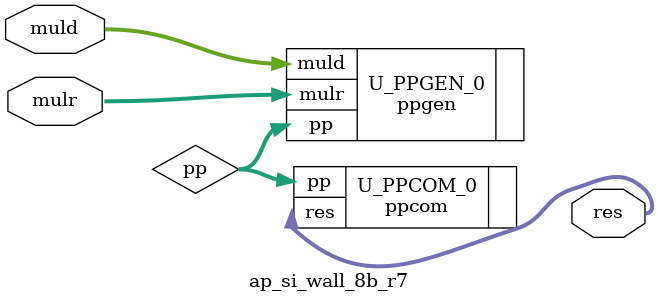
<source format=v>
module ap_si_wall_8b_r7 (
    input  signed [7:0] muld,
    input  signed [7:0] mulr,
    
    output signed [15:0] res
);

wire [63:0] pp;

ppgen #(
    .DW                             ( 8                             ))
U_PPGEN_0(
    .muld                           ( muld                          ),
    .mulr                           ( mulr                          ),
    .pp                             ( pp                            )
);


ppcom U_PPCOM_0(
    .pp                             ( pp                            ),
    .res                            ( res                           )
);


endmodule

</source>
